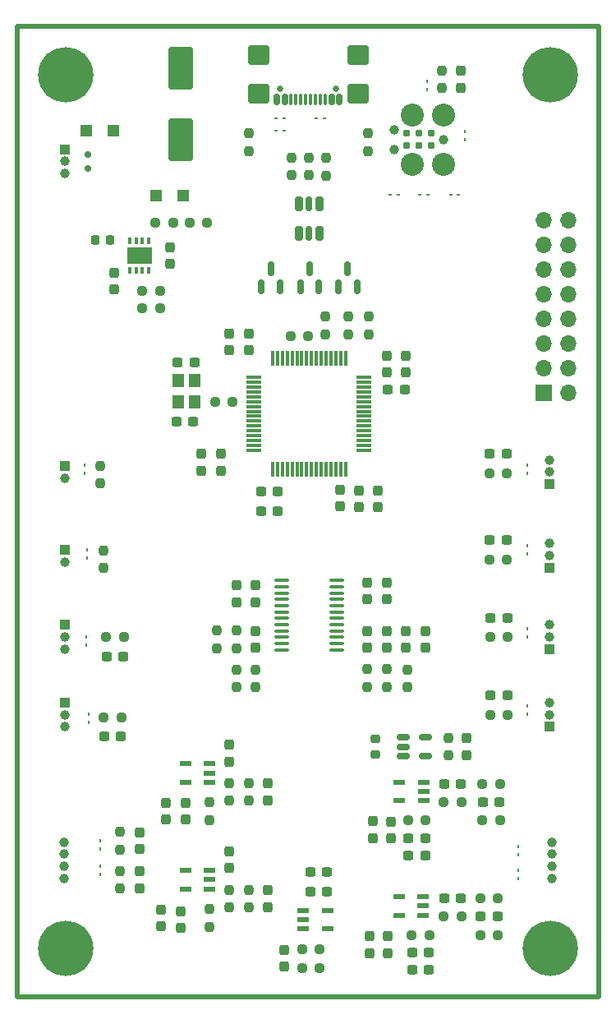
<source format=gbr>
%TF.GenerationSoftware,KiCad,Pcbnew,8.0.5*%
%TF.CreationDate,2024-09-12T11:50:27+01:00*%
%TF.ProjectId,Basic_DSP_V0_1,42617369-635f-4445-9350-5f56305f312e,rev?*%
%TF.SameCoordinates,Original*%
%TF.FileFunction,Soldermask,Top*%
%TF.FilePolarity,Negative*%
%FSLAX46Y46*%
G04 Gerber Fmt 4.6, Leading zero omitted, Abs format (unit mm)*
G04 Created by KiCad (PCBNEW 8.0.5) date 2024-09-12 11:50:27*
%MOMM*%
%LPD*%
G01*
G04 APERTURE LIST*
G04 Aperture macros list*
%AMRoundRect*
0 Rectangle with rounded corners*
0 $1 Rounding radius*
0 $2 $3 $4 $5 $6 $7 $8 $9 X,Y pos of 4 corners*
0 Add a 4 corners polygon primitive as box body*
4,1,4,$2,$3,$4,$5,$6,$7,$8,$9,$2,$3,0*
0 Add four circle primitives for the rounded corners*
1,1,$1+$1,$2,$3*
1,1,$1+$1,$4,$5*
1,1,$1+$1,$6,$7*
1,1,$1+$1,$8,$9*
0 Add four rect primitives between the rounded corners*
20,1,$1+$1,$2,$3,$4,$5,0*
20,1,$1+$1,$4,$5,$6,$7,0*
20,1,$1+$1,$6,$7,$8,$9,0*
20,1,$1+$1,$8,$9,$2,$3,0*%
G04 Aperture macros list end*
%ADD10RoundRect,0.160000X-0.240000X0.565000X-0.240000X-0.565000X0.240000X-0.565000X0.240000X0.565000X0*%
%ADD11RoundRect,0.120000X-0.180000X0.605000X-0.180000X-0.605000X0.180000X-0.605000X0.180000X0.605000X0*%
%ADD12R,0.350000X0.800000*%
%ADD13R,2.500000X1.750000*%
%ADD14R,1.200000X0.600000*%
%ADD15RoundRect,0.062500X0.062500X-0.117500X0.062500X0.117500X-0.062500X0.117500X-0.062500X-0.117500X0*%
%ADD16RoundRect,0.237500X-0.250000X-0.237500X0.250000X-0.237500X0.250000X0.237500X-0.250000X0.237500X0*%
%ADD17RoundRect,0.237500X-0.237500X0.250000X-0.237500X-0.250000X0.237500X-0.250000X0.237500X0.250000X0*%
%ADD18RoundRect,0.237500X-0.237500X0.300000X-0.237500X-0.300000X0.237500X-0.300000X0.237500X0.300000X0*%
%ADD19RoundRect,0.237500X0.237500X-0.250000X0.237500X0.250000X-0.237500X0.250000X-0.237500X-0.250000X0*%
%ADD20RoundRect,0.237500X0.237500X-0.300000X0.237500X0.300000X-0.237500X0.300000X-0.237500X-0.300000X0*%
%ADD21RoundRect,0.237500X-0.300000X-0.237500X0.300000X-0.237500X0.300000X0.237500X-0.300000X0.237500X0*%
%ADD22C,5.700000*%
%ADD23RoundRect,0.062500X-0.117500X-0.062500X0.117500X-0.062500X0.117500X0.062500X-0.117500X0.062500X0*%
%ADD24RoundRect,0.237500X0.300000X0.237500X-0.300000X0.237500X-0.300000X-0.237500X0.300000X-0.237500X0*%
%ADD25RoundRect,0.237500X0.250000X0.237500X-0.250000X0.237500X-0.250000X-0.237500X0.250000X-0.237500X0*%
%ADD26RoundRect,0.150000X0.150000X-0.587500X0.150000X0.587500X-0.150000X0.587500X-0.150000X-0.587500X0*%
%ADD27RoundRect,0.062500X-0.062500X0.117500X-0.062500X-0.117500X0.062500X-0.117500X0.062500X0.117500X0*%
%ADD28R,1.100000X1.000000*%
%ADD29C,1.000000*%
%ADD30RoundRect,0.150000X0.200000X-0.150000X0.200000X0.150000X-0.200000X0.150000X-0.200000X-0.150000X0*%
%ADD31RoundRect,0.150000X-0.512500X-0.150000X0.512500X-0.150000X0.512500X0.150000X-0.512500X0.150000X0*%
%ADD32RoundRect,0.062500X0.117500X0.062500X-0.117500X0.062500X-0.117500X-0.062500X0.117500X-0.062500X0*%
%ADD33RoundRect,0.100000X-0.637500X-0.100000X0.637500X-0.100000X0.637500X0.100000X-0.637500X0.100000X0*%
%ADD34R,1.200000X1.400000*%
%ADD35RoundRect,0.225000X0.225000X0.250000X-0.225000X0.250000X-0.225000X-0.250000X0.225000X-0.250000X0*%
%ADD36RoundRect,0.225000X-0.250000X0.225000X-0.250000X-0.225000X0.250000X-0.225000X0.250000X0.225000X0*%
%ADD37RoundRect,0.075000X-0.700000X-0.075000X0.700000X-0.075000X0.700000X0.075000X-0.700000X0.075000X0*%
%ADD38RoundRect,0.075000X-0.075000X-0.700000X0.075000X-0.700000X0.075000X0.700000X-0.075000X0.700000X0*%
%ADD39C,0.650000*%
%ADD40RoundRect,0.150000X0.150000X0.425000X-0.150000X0.425000X-0.150000X-0.425000X0.150000X-0.425000X0*%
%ADD41RoundRect,0.075000X0.075000X0.500000X-0.075000X0.500000X-0.075000X-0.500000X0.075000X-0.500000X0*%
%ADD42RoundRect,0.250000X0.840000X0.750000X-0.840000X0.750000X-0.840000X-0.750000X0.840000X-0.750000X0*%
%ADD43R,1.000000X1.000000*%
%ADD44R,1.200000X1.200000*%
%ADD45C,2.374900*%
%ADD46C,0.990600*%
%ADD47C,0.787400*%
%ADD48RoundRect,0.250000X1.000000X-1.950000X1.000000X1.950000X-1.000000X1.950000X-1.000000X-1.950000X0*%
%ADD49R,1.700000X1.700000*%
%ADD50O,1.700000X1.700000*%
%TA.AperFunction,Profile*%
%ADD51C,0.500000*%
%TD*%
G04 APERTURE END LIST*
D10*
%TO.C,D23*%
X104550000Y-322350000D03*
D11*
X103500000Y-322350000D03*
D10*
X102450000Y-322350000D03*
X102450000Y-325400000D03*
D11*
X103500000Y-325400000D03*
D10*
X104550000Y-325400000D03*
%TD*%
D12*
%TO.C,U3*%
X85025000Y-329200000D03*
X85675000Y-329200000D03*
X86325000Y-329200000D03*
X86975000Y-329200000D03*
X86975000Y-326200000D03*
X86325000Y-326200000D03*
X85675000Y-326200000D03*
X85025000Y-326200000D03*
D13*
X86000000Y-327700000D03*
%TD*%
D14*
%TO.C,U9*%
X102887500Y-395175000D03*
X102887500Y-396125000D03*
X102887500Y-397075000D03*
X105387500Y-397075000D03*
X105387500Y-395175000D03*
%TD*%
%TO.C,U6*%
X115250000Y-395650000D03*
X115250000Y-394700000D03*
X115250000Y-393750000D03*
X112750000Y-393750000D03*
X112750000Y-395650000D03*
%TD*%
%TO.C,U7*%
X115300000Y-383850000D03*
X115300000Y-382900000D03*
X115300000Y-381950000D03*
X112800000Y-381950000D03*
X112800000Y-383850000D03*
%TD*%
%TO.C,U10*%
X93250000Y-392950000D03*
X93250000Y-392000000D03*
X93250000Y-391050000D03*
X90750000Y-391050000D03*
X90750000Y-392950000D03*
%TD*%
%TO.C,U8*%
X93250000Y-381950000D03*
X93250000Y-381000000D03*
X93250000Y-380050000D03*
X90750000Y-380050000D03*
X90750000Y-381950000D03*
%TD*%
D15*
%TO.C,D12*%
X126000000Y-366160000D03*
X126000000Y-367000000D03*
%TD*%
D16*
%TO.C,R26*%
X122175000Y-367000000D03*
X124000000Y-367000000D03*
%TD*%
D17*
%TO.C,R5*%
X98000000Y-370337500D03*
X98000000Y-372162500D03*
%TD*%
D16*
%TO.C,R36*%
X102787500Y-401100000D03*
X104612500Y-401100000D03*
%TD*%
%TO.C,R23*%
X122087500Y-359000000D03*
X123912500Y-359000000D03*
%TD*%
D18*
%TO.C,C70*%
X88750000Y-384087500D03*
X88750000Y-385812500D03*
%TD*%
D19*
%TO.C,R34*%
X95250000Y-394862500D03*
X95250000Y-393037500D03*
%TD*%
D20*
%TO.C,C62*%
X111500000Y-339725000D03*
X111500000Y-338000000D03*
%TD*%
D21*
%TO.C,C38*%
X121387500Y-384000000D03*
X123112500Y-384000000D03*
%TD*%
D22*
%TO.C,H3*%
X128400000Y-399100000D03*
%TD*%
D17*
%TO.C,R47*%
X109625000Y-333987500D03*
X109625000Y-335812500D03*
%TD*%
D22*
%TO.C,H4*%
X78400000Y-399100000D03*
%TD*%
D16*
%TO.C,R9*%
X86287500Y-333100000D03*
X88112500Y-333100000D03*
%TD*%
D23*
%TO.C,D24*%
X105047500Y-313550000D03*
X104207500Y-313550000D03*
%TD*%
D24*
%TO.C,C23*%
X84362500Y-369000000D03*
X82637500Y-369000000D03*
%TD*%
D19*
%TO.C,R46*%
X105225000Y-319462500D03*
X105225000Y-317637500D03*
%TD*%
D20*
%TO.C,C15*%
X119750000Y-379162500D03*
X119750000Y-377437500D03*
%TD*%
D25*
%TO.C,R13*%
X84162500Y-375250000D03*
X82337500Y-375250000D03*
%TD*%
D20*
%TO.C,C12*%
X97300000Y-337462500D03*
X97300000Y-335737500D03*
%TD*%
D21*
%TO.C,C40*%
X122225000Y-373000000D03*
X123950000Y-373000000D03*
%TD*%
D20*
%TO.C,C4*%
X96000000Y-363412500D03*
X96000000Y-361687500D03*
%TD*%
D18*
%TO.C,C65*%
X94400000Y-348137500D03*
X94400000Y-349862500D03*
%TD*%
D26*
%TO.C,Q1*%
X106537500Y-330925000D03*
X108437500Y-330925000D03*
X107487500Y-329050000D03*
%TD*%
D16*
%TO.C,R21*%
X122087500Y-350100000D03*
X123912500Y-350100000D03*
%TD*%
D27*
%TO.C,D22*%
X80600000Y-358820000D03*
X80600000Y-357980000D03*
%TD*%
D18*
%TO.C,C13*%
X83400000Y-329437500D03*
X83400000Y-331162500D03*
%TD*%
D28*
%TO.C,J2*%
X78300000Y-365750000D03*
D29*
X78300000Y-367000000D03*
X78300000Y-368250000D03*
%TD*%
D21*
%TO.C,C37*%
X122137500Y-357000000D03*
X123862500Y-357000000D03*
%TD*%
D19*
%TO.C,R41*%
X82000000Y-351162500D03*
X82000000Y-349337500D03*
%TD*%
%TO.C,R39*%
X97250000Y-316912500D03*
X97250000Y-315087500D03*
%TD*%
D30*
%TO.C,D3*%
X80700000Y-317300000D03*
X80700000Y-318700000D03*
%TD*%
D19*
%TO.C,R42*%
X82300000Y-359912500D03*
X82300000Y-358087500D03*
%TD*%
D22*
%TO.C,H1*%
X78400000Y-309100000D03*
%TD*%
D17*
%TO.C,R50*%
X94000000Y-366337500D03*
X94000000Y-368162500D03*
%TD*%
D26*
%TO.C,Q3*%
X98587500Y-330925000D03*
X100487500Y-330925000D03*
X99537500Y-329050000D03*
%TD*%
D28*
%TO.C,J8*%
X128300000Y-359875000D03*
D29*
X128300000Y-358625000D03*
X128300000Y-357375000D03*
%TD*%
D27*
%TO.C,D14*%
X82000000Y-388840000D03*
X82000000Y-388000000D03*
%TD*%
D19*
%TO.C,R31*%
X84000000Y-388912500D03*
X84000000Y-387087500D03*
%TD*%
D31*
%TO.C,U5*%
X113225000Y-377350000D03*
X113225000Y-378300000D03*
X113225000Y-379250000D03*
X115500000Y-379250000D03*
X115500000Y-377350000D03*
%TD*%
D32*
%TO.C,D26*%
X100080000Y-314800000D03*
X100920000Y-314800000D03*
%TD*%
D25*
%TO.C,R14*%
X119200000Y-395800000D03*
X117375000Y-395800000D03*
%TD*%
D18*
%TO.C,C46*%
X90250000Y-395225000D03*
X90250000Y-396950000D03*
%TD*%
D25*
%TO.C,R12*%
X84412500Y-367000000D03*
X82587500Y-367000000D03*
%TD*%
D21*
%TO.C,C35*%
X122137500Y-348100000D03*
X123862500Y-348100000D03*
%TD*%
D18*
%TO.C,C61*%
X108675000Y-351912500D03*
X108675000Y-353637500D03*
%TD*%
D20*
%TO.C,C2*%
X111500000Y-363112500D03*
X111500000Y-361387500D03*
%TD*%
D25*
%TO.C,R22*%
X123162500Y-385900000D03*
X121337500Y-385900000D03*
%TD*%
D33*
%TO.C,U2*%
X100637500Y-361175000D03*
X100637500Y-361825000D03*
X100637500Y-362475000D03*
X100637500Y-363125000D03*
X100637500Y-363775000D03*
X100637500Y-364425000D03*
X100637500Y-365075000D03*
X100637500Y-365725000D03*
X100637500Y-366375000D03*
X100637500Y-367025000D03*
X100637500Y-367675000D03*
X100637500Y-368325000D03*
X106362500Y-368325000D03*
X106362500Y-367675000D03*
X106362500Y-367025000D03*
X106362500Y-366375000D03*
X106362500Y-365725000D03*
X106362500Y-365075000D03*
X106362500Y-364425000D03*
X106362500Y-363775000D03*
X106362500Y-363125000D03*
X106362500Y-362475000D03*
X106362500Y-361825000D03*
X106362500Y-361175000D03*
%TD*%
D19*
%TO.C,R29*%
X95250000Y-383862500D03*
X95250000Y-382037500D03*
%TD*%
D25*
%TO.C,R16*%
X115912500Y-397700000D03*
X114087500Y-397700000D03*
%TD*%
D16*
%TO.C,R25*%
X121337500Y-382150000D03*
X123162500Y-382150000D03*
%TD*%
D24*
%TO.C,C72*%
X105325000Y-391200000D03*
X103600000Y-391200000D03*
%TD*%
D34*
%TO.C,Y1*%
X91700000Y-342800000D03*
X91700000Y-340600000D03*
X90000000Y-340600000D03*
X90000000Y-342800000D03*
%TD*%
D20*
%TO.C,C66*%
X113500000Y-339725000D03*
X113500000Y-338000000D03*
%TD*%
D24*
%TO.C,C28*%
X115862500Y-401300000D03*
X114137500Y-401300000D03*
%TD*%
D25*
%TO.C,R7*%
X88112500Y-331300000D03*
X86287500Y-331300000D03*
%TD*%
D15*
%TO.C,D8*%
X126000000Y-349280000D03*
X126000000Y-350120000D03*
%TD*%
D17*
%TO.C,R49*%
X105200000Y-333987500D03*
X105200000Y-335812500D03*
%TD*%
D19*
%TO.C,R4*%
X113600000Y-372162500D03*
X113600000Y-370337500D03*
%TD*%
D18*
%TO.C,C6*%
X111500000Y-366387500D03*
X111500000Y-368112500D03*
%TD*%
D15*
%TO.C,D9*%
X125100000Y-388580000D03*
X125100000Y-389420000D03*
%TD*%
D35*
%TO.C,C73*%
X82975000Y-326100000D03*
X81425000Y-326100000D03*
%TD*%
D27*
%TO.C,D4*%
X80800000Y-375800000D03*
X80800000Y-374960000D03*
%TD*%
D17*
%TO.C,R35*%
X93250000Y-395037500D03*
X93250000Y-396862500D03*
%TD*%
D36*
%TO.C,C74*%
X110362500Y-377525000D03*
X110362500Y-379075000D03*
%TD*%
D28*
%TO.C,J7*%
X128300000Y-351250000D03*
D29*
X128300000Y-350000000D03*
X128300000Y-348750000D03*
%TD*%
D24*
%TO.C,C59*%
X91562500Y-344800000D03*
X89837500Y-344800000D03*
%TD*%
D17*
%TO.C,R3*%
X111500000Y-370287500D03*
X111500000Y-372112500D03*
%TD*%
D25*
%TO.C,R20*%
X119200000Y-384000000D03*
X117375000Y-384000000D03*
%TD*%
D24*
%TO.C,C75*%
X100262500Y-354000000D03*
X98537500Y-354000000D03*
%TD*%
D37*
%TO.C,U1*%
X97825000Y-340250000D03*
X97825000Y-340750000D03*
X97825000Y-341250000D03*
X97825000Y-341750000D03*
X97825000Y-342250000D03*
X97825000Y-342750000D03*
X97825000Y-343250000D03*
X97825000Y-343750000D03*
X97825000Y-344250000D03*
X97825000Y-344750000D03*
X97825000Y-345250000D03*
X97825000Y-345750000D03*
X97825000Y-346250000D03*
X97825000Y-346750000D03*
X97825000Y-347250000D03*
X97825000Y-347750000D03*
D38*
X99750000Y-349675000D03*
X100250000Y-349675000D03*
X100750000Y-349675000D03*
X101250000Y-349675000D03*
X101750000Y-349675000D03*
X102250000Y-349675000D03*
X102750000Y-349675000D03*
X103250000Y-349675000D03*
X103750000Y-349675000D03*
X104250000Y-349675000D03*
X104750000Y-349675000D03*
X105250000Y-349675000D03*
X105750000Y-349675000D03*
X106250000Y-349675000D03*
X106750000Y-349675000D03*
X107250000Y-349675000D03*
D37*
X109175000Y-347750000D03*
X109175000Y-347250000D03*
X109175000Y-346750000D03*
X109175000Y-346250000D03*
X109175000Y-345750000D03*
X109175000Y-345250000D03*
X109175000Y-344750000D03*
X109175000Y-344250000D03*
X109175000Y-343750000D03*
X109175000Y-343250000D03*
X109175000Y-342750000D03*
X109175000Y-342250000D03*
X109175000Y-341750000D03*
X109175000Y-341250000D03*
X109175000Y-340750000D03*
X109175000Y-340250000D03*
D38*
X107250000Y-338325000D03*
X106750000Y-338325000D03*
X106250000Y-338325000D03*
X105750000Y-338325000D03*
X105250000Y-338325000D03*
X104750000Y-338325000D03*
X104250000Y-338325000D03*
X103750000Y-338325000D03*
X103250000Y-338325000D03*
X102750000Y-338325000D03*
X102250000Y-338325000D03*
X101750000Y-338325000D03*
X101250000Y-338325000D03*
X100750000Y-338325000D03*
X100250000Y-338325000D03*
X99750000Y-338325000D03*
%TD*%
D18*
%TO.C,C8*%
X113500000Y-366387500D03*
X113500000Y-368112500D03*
%TD*%
%TO.C,C32*%
X111900000Y-386037500D03*
X111900000Y-387762500D03*
%TD*%
D29*
%TO.C,J11*%
X78275000Y-388125000D03*
X78275000Y-389375000D03*
X78275000Y-390625000D03*
X78275000Y-391875000D03*
%TD*%
D39*
%TO.C,J4*%
X106290000Y-310505000D03*
X100510000Y-310505000D03*
D40*
X106600000Y-311600000D03*
X105800000Y-311600000D03*
D41*
X104650000Y-311600000D03*
X103650000Y-311600000D03*
X103150000Y-311600000D03*
X102150000Y-311600000D03*
D40*
X101000000Y-311600000D03*
X100200000Y-311600000D03*
X100200000Y-311600000D03*
X101000000Y-311600000D03*
D41*
X101650000Y-311600000D03*
X102650000Y-311600000D03*
X104150000Y-311600000D03*
X105150000Y-311600000D03*
D40*
X105800000Y-311600000D03*
X106600000Y-311600000D03*
D42*
X108510000Y-311005000D03*
X108510000Y-307075000D03*
X98290000Y-311005000D03*
X98290000Y-307075000D03*
%TD*%
D27*
%TO.C,D16*%
X119600000Y-315720000D03*
X119600000Y-314880000D03*
%TD*%
D43*
%TO.C,J15*%
X78300000Y-358000000D03*
D29*
X78300000Y-359250000D03*
%TD*%
D44*
%TO.C,D1*%
X87700000Y-321500000D03*
X90500000Y-321500000D03*
%TD*%
D27*
%TO.C,D13*%
X80375000Y-350170000D03*
X80375000Y-349330000D03*
%TD*%
D19*
%TO.C,R45*%
X103500000Y-319412500D03*
X103500000Y-317587500D03*
%TD*%
D21*
%TO.C,C34*%
X113757500Y-387700000D03*
X115482500Y-387700000D03*
%TD*%
D24*
%TO.C,C63*%
X100262500Y-352000000D03*
X98537500Y-352000000D03*
%TD*%
D21*
%TO.C,C39*%
X122225000Y-365000000D03*
X123950000Y-365000000D03*
%TD*%
D18*
%TO.C,C68*%
X111600000Y-397837500D03*
X111600000Y-399562500D03*
%TD*%
D19*
%TO.C,R38*%
X117150000Y-310447500D03*
X117150000Y-308622500D03*
%TD*%
D16*
%TO.C,R10*%
X91187500Y-324300000D03*
X93012500Y-324300000D03*
%TD*%
D18*
%TO.C,C67*%
X110575000Y-351912500D03*
X110575000Y-353637500D03*
%TD*%
D45*
%TO.C,J12*%
X117340000Y-318275000D03*
D46*
X117340000Y-315735000D03*
D45*
X117340000Y-313195000D03*
X114165000Y-318275000D03*
X114165000Y-313195000D03*
D46*
X112260000Y-316751000D03*
X112260000Y-314719000D03*
D47*
X116070000Y-315100000D03*
X116070000Y-316370000D03*
X114800000Y-315100000D03*
X114800000Y-316370000D03*
X113530000Y-315100000D03*
X113530000Y-316370000D03*
%TD*%
D15*
%TO.C,D6*%
X125100000Y-391035000D03*
X125100000Y-391875000D03*
%TD*%
D18*
%TO.C,C14*%
X89175000Y-326837500D03*
X89175000Y-328562500D03*
%TD*%
%TO.C,C3*%
X98000000Y-366387500D03*
X98000000Y-368112500D03*
%TD*%
D17*
%TO.C,R1*%
X96000000Y-366337500D03*
X96000000Y-368162500D03*
%TD*%
D18*
%TO.C,C49*%
X100900000Y-399237500D03*
X100900000Y-400962500D03*
%TD*%
D15*
%TO.C,D11*%
X126000000Y-374080000D03*
X126000000Y-374920000D03*
%TD*%
D28*
%TO.C,J1*%
X78300000Y-316750000D03*
D29*
X78300000Y-318000000D03*
X78300000Y-319250000D03*
%TD*%
D18*
%TO.C,C7*%
X109500000Y-366387500D03*
X109500000Y-368112500D03*
%TD*%
D24*
%TO.C,C24*%
X84112500Y-377250000D03*
X82387500Y-377250000D03*
%TD*%
D17*
%TO.C,R11*%
X117862500Y-377387500D03*
X117862500Y-379212500D03*
%TD*%
D25*
%TO.C,R15*%
X122962500Y-393900000D03*
X121137500Y-393900000D03*
%TD*%
D18*
%TO.C,C41*%
X90750000Y-384087500D03*
X90750000Y-385812500D03*
%TD*%
D21*
%TO.C,C27*%
X114137500Y-399500000D03*
X115862500Y-399500000D03*
%TD*%
D18*
%TO.C,C47*%
X99250000Y-393087500D03*
X99250000Y-394812500D03*
%TD*%
D32*
%TO.C,D21*%
X100080000Y-313600000D03*
X100920000Y-313600000D03*
%TD*%
D18*
%TO.C,C69*%
X110050000Y-385987500D03*
X110050000Y-387712500D03*
%TD*%
D16*
%TO.C,R43*%
X93787500Y-342800000D03*
X95612500Y-342800000D03*
%TD*%
D44*
%TO.C,D2*%
X83300000Y-314850000D03*
X80500000Y-314850000D03*
%TD*%
D32*
%TO.C,D19*%
X114880000Y-321435000D03*
X115720000Y-321435000D03*
%TD*%
D21*
%TO.C,C60*%
X89937500Y-338700000D03*
X91662500Y-338700000D03*
%TD*%
D19*
%TO.C,R40*%
X109600000Y-316912500D03*
X109600000Y-315087500D03*
%TD*%
D24*
%TO.C,C36*%
X115482500Y-389500000D03*
X113757500Y-389500000D03*
%TD*%
D25*
%TO.C,R51*%
X103412500Y-336000000D03*
X101587500Y-336000000D03*
%TD*%
D20*
%TO.C,C50*%
X95250000Y-390812500D03*
X95250000Y-389087500D03*
%TD*%
D28*
%TO.C,J3*%
X78300000Y-373750000D03*
D29*
X78300000Y-375000000D03*
X78300000Y-376250000D03*
%TD*%
D18*
%TO.C,C42*%
X99250000Y-382087500D03*
X99250000Y-383812500D03*
%TD*%
D16*
%TO.C,R8*%
X87657500Y-324300000D03*
X89482500Y-324300000D03*
%TD*%
D18*
%TO.C,C53*%
X119150000Y-308672500D03*
X119150000Y-310397500D03*
%TD*%
D48*
%TO.C,C16*%
X90225000Y-315800000D03*
X90225000Y-308400000D03*
%TD*%
D17*
%TO.C,R30*%
X93250000Y-384037500D03*
X93250000Y-385862500D03*
%TD*%
D25*
%TO.C,R32*%
X104612500Y-399200000D03*
X102787500Y-399200000D03*
%TD*%
D26*
%TO.C,Q2*%
X102587500Y-330925000D03*
X104487500Y-330925000D03*
X103537500Y-329050000D03*
%TD*%
D43*
%TO.C,J14*%
X78300000Y-349375000D03*
D29*
X78300000Y-350625000D03*
%TD*%
D20*
%TO.C,C48*%
X86000000Y-392862500D03*
X86000000Y-391137500D03*
%TD*%
D21*
%TO.C,C29*%
X121187500Y-395800000D03*
X122912500Y-395800000D03*
%TD*%
D27*
%TO.C,D15*%
X82000000Y-391420000D03*
X82000000Y-390580000D03*
%TD*%
D29*
%TO.C,J6*%
X128525000Y-391875000D03*
X128525000Y-390625000D03*
X128525000Y-389375000D03*
X128525000Y-388125000D03*
%TD*%
D25*
%TO.C,R24*%
X115532500Y-385900000D03*
X113707500Y-385900000D03*
%TD*%
D22*
%TO.C,H2*%
X128400000Y-309100000D03*
%TD*%
D17*
%TO.C,R48*%
X107525000Y-333987500D03*
X107525000Y-335812500D03*
%TD*%
D20*
%TO.C,C43*%
X86000000Y-388862500D03*
X86000000Y-387137500D03*
%TD*%
D49*
%TO.C,J16*%
X127710000Y-341875000D03*
D50*
X130250000Y-341875000D03*
X127710000Y-339335000D03*
X130250000Y-339335000D03*
X127710000Y-336795000D03*
X130250000Y-336795000D03*
X127710000Y-334255000D03*
X130250000Y-334255000D03*
X127710000Y-331715000D03*
X130250000Y-331715000D03*
X127710000Y-329175000D03*
X130250000Y-329175000D03*
X127710000Y-326635000D03*
X130250000Y-326635000D03*
X127710000Y-324095000D03*
X130250000Y-324095000D03*
%TD*%
D17*
%TO.C,R33*%
X97250000Y-393037500D03*
X97250000Y-394862500D03*
%TD*%
D24*
%TO.C,C33*%
X119150000Y-382150000D03*
X117425000Y-382150000D03*
%TD*%
D28*
%TO.C,J10*%
X128300000Y-376250000D03*
D29*
X128300000Y-375000000D03*
X128300000Y-373750000D03*
%TD*%
D15*
%TO.C,D10*%
X126000000Y-357580000D03*
X126000000Y-358420000D03*
%TD*%
D24*
%TO.C,C26*%
X119150000Y-393900000D03*
X117425000Y-393900000D03*
%TD*%
D20*
%TO.C,C5*%
X98000000Y-363412500D03*
X98000000Y-361687500D03*
%TD*%
D19*
%TO.C,R37*%
X84000000Y-392912500D03*
X84000000Y-391087500D03*
%TD*%
D18*
%TO.C,C51*%
X106725000Y-351837500D03*
X106725000Y-353562500D03*
%TD*%
%TO.C,C9*%
X115500000Y-366387500D03*
X115500000Y-368112500D03*
%TD*%
D24*
%TO.C,C45*%
X105325000Y-393200000D03*
X103600000Y-393200000D03*
%TD*%
D17*
%TO.C,R2*%
X109500000Y-370287500D03*
X109500000Y-372112500D03*
%TD*%
D20*
%TO.C,C44*%
X95250000Y-379812500D03*
X95250000Y-378087500D03*
%TD*%
D32*
%TO.C,D18*%
X118080000Y-321400000D03*
X118920000Y-321400000D03*
%TD*%
D21*
%TO.C,C52*%
X111637500Y-341500000D03*
X113362500Y-341500000D03*
%TD*%
D20*
%TO.C,C76*%
X95300000Y-337462500D03*
X95300000Y-335737500D03*
%TD*%
D18*
%TO.C,C58*%
X92400000Y-348137500D03*
X92400000Y-349862500D03*
%TD*%
D28*
%TO.C,J9*%
X128300000Y-368250000D03*
D29*
X128300000Y-367000000D03*
X128300000Y-365750000D03*
%TD*%
D15*
%TO.C,D20*%
X115700000Y-309715000D03*
X115700000Y-310555000D03*
%TD*%
D32*
%TO.C,D17*%
X112670000Y-321435000D03*
X111830000Y-321435000D03*
%TD*%
D17*
%TO.C,R28*%
X97250000Y-382037500D03*
X97250000Y-383862500D03*
%TD*%
D20*
%TO.C,C1*%
X109500000Y-363112500D03*
X109500000Y-361387500D03*
%TD*%
D16*
%TO.C,R17*%
X121137500Y-397700000D03*
X122962500Y-397700000D03*
%TD*%
D27*
%TO.C,D25*%
X80525000Y-367820000D03*
X80525000Y-366980000D03*
%TD*%
D18*
%TO.C,C71*%
X88250000Y-395087500D03*
X88250000Y-396812500D03*
%TD*%
D16*
%TO.C,R27*%
X122175000Y-375000000D03*
X124000000Y-375000000D03*
%TD*%
D18*
%TO.C,C25*%
X109700000Y-397837500D03*
X109700000Y-399562500D03*
%TD*%
D17*
%TO.C,R6*%
X96000000Y-370337500D03*
X96000000Y-372162500D03*
%TD*%
D19*
%TO.C,R44*%
X101700000Y-319437500D03*
X101700000Y-317612500D03*
%TD*%
D51*
X73400000Y-304100000D02*
X133400000Y-304100000D01*
X133400000Y-404100000D01*
X73400000Y-404100000D01*
X73400000Y-304100000D01*
M02*

</source>
